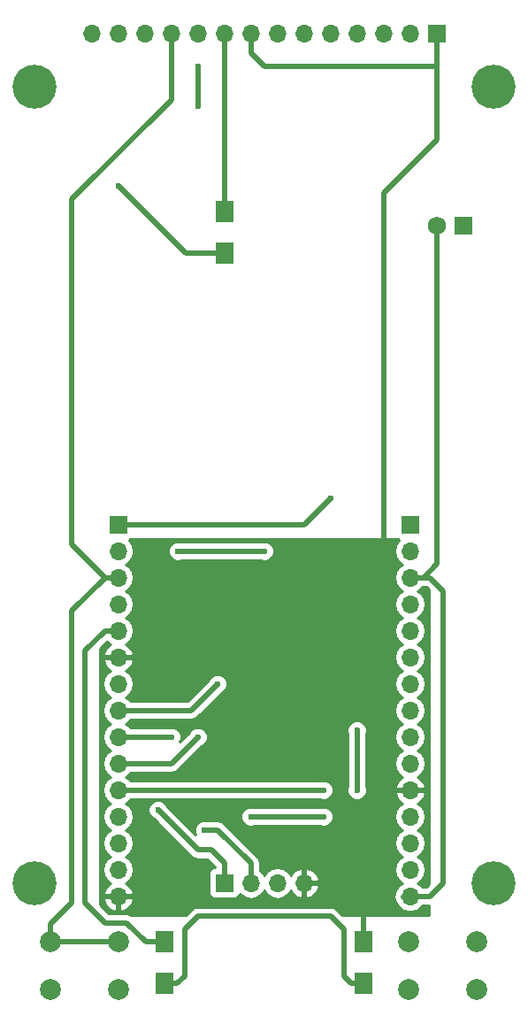
<source format=gbr>
G04 #@! TF.FileFunction,Copper,L1,Top,Signal*
%FSLAX46Y46*%
G04 Gerber Fmt 4.6, Leading zero omitted, Abs format (unit mm)*
G04 Created by KiCad (PCBNEW 4.0.7) date 12/22/18 00:45:09*
%MOMM*%
%LPD*%
G01*
G04 APERTURE LIST*
%ADD10C,0.100000*%
%ADD11C,4.200000*%
%ADD12R,1.700000X1.700000*%
%ADD13O,1.700000X1.700000*%
%ADD14R,1.700000X2.000000*%
%ADD15R,1.750000X1.750000*%
%ADD16C,1.750000*%
%ADD17C,2.000000*%
%ADD18C,0.600000*%
%ADD19C,0.500000*%
%ADD20C,0.450000*%
%ADD21C,0.350000*%
%ADD22C,0.254000*%
G04 APERTURE END LIST*
D10*
D11*
X67564000Y-135255000D03*
X67564000Y-59055000D03*
X111506000Y-59055000D03*
D12*
X85725000Y-135255000D03*
D13*
X88265000Y-135255000D03*
X90805000Y-135255000D03*
X93345000Y-135255000D03*
D14*
X99060000Y-144875000D03*
X99060000Y-140875000D03*
D12*
X103505000Y-100965000D03*
D13*
X103505000Y-103505000D03*
X103505000Y-106045000D03*
X103505000Y-108585000D03*
X103505000Y-111125000D03*
X103505000Y-113665000D03*
X103505000Y-116205000D03*
X103505000Y-118745000D03*
X103505000Y-121285000D03*
X103505000Y-123825000D03*
X103505000Y-126365000D03*
X103505000Y-128905000D03*
X103505000Y-131445000D03*
X103505000Y-133985000D03*
X103505000Y-136525000D03*
D12*
X75565000Y-100965000D03*
D13*
X75565000Y-103505000D03*
X75565000Y-106045000D03*
X75565000Y-108585000D03*
X75565000Y-111125000D03*
X75565000Y-113665000D03*
X75565000Y-116205000D03*
X75565000Y-118745000D03*
X75565000Y-121285000D03*
X75565000Y-123825000D03*
X75565000Y-126365000D03*
X75565000Y-128905000D03*
X75565000Y-131445000D03*
X75565000Y-133985000D03*
X75565000Y-136525000D03*
D14*
X80010000Y-140875000D03*
X80010000Y-144875000D03*
D11*
X111506000Y-135255000D03*
D15*
X108585000Y-72390000D03*
D16*
X106085000Y-72390000D03*
D12*
X106045000Y-53975000D03*
D13*
X103505000Y-53975000D03*
X100965000Y-53975000D03*
X98425000Y-53975000D03*
X95885000Y-53975000D03*
X93345000Y-53975000D03*
X90805000Y-53975000D03*
X88265000Y-53975000D03*
X85725000Y-53975000D03*
X83185000Y-53975000D03*
X80645000Y-53975000D03*
X78105000Y-53975000D03*
X75565000Y-53975000D03*
X73025000Y-53975000D03*
D17*
X109855000Y-140915000D03*
X109855000Y-145415000D03*
X103355000Y-140915000D03*
X103355000Y-145415000D03*
X75565000Y-140915000D03*
X75565000Y-145415000D03*
X69065000Y-140915000D03*
X69065000Y-145415000D03*
D14*
X85725000Y-75025000D03*
X85725000Y-71025000D03*
D18*
X89535000Y-103505000D03*
X81280000Y-103505000D03*
X79375000Y-128270000D03*
X95885000Y-98425000D03*
X83185000Y-57150000D03*
X83185000Y-60960000D03*
X85090000Y-116205000D03*
X98425000Y-126365000D03*
X98425000Y-120650000D03*
X95250000Y-126365000D03*
X85725000Y-75025000D03*
X75565000Y-68580000D03*
X95250000Y-128905000D03*
X88265000Y-128905000D03*
X80645000Y-121285000D03*
X83820000Y-130175000D03*
X83185000Y-121285000D03*
D19*
X89535000Y-103505000D02*
X81280000Y-103505000D01*
X84455000Y-132080000D02*
X83185000Y-132080000D01*
X83185000Y-132080000D02*
X79375000Y-128270000D01*
X85725000Y-135255000D02*
X85725000Y-133350000D01*
X85725000Y-133350000D02*
X84455000Y-132080000D01*
X97155000Y-57150000D02*
X99695000Y-57150000D01*
X106045000Y-57150000D02*
X99695000Y-57150000D01*
X88265000Y-55880000D02*
X88265000Y-53975000D01*
X89535000Y-57150000D02*
X88265000Y-55880000D01*
X97155000Y-57150000D02*
X89535000Y-57150000D01*
X106045000Y-53975000D02*
X106045000Y-57150000D01*
X106045000Y-57150000D02*
X106045000Y-64135000D01*
X100965000Y-69215000D02*
X100965000Y-102870000D01*
X106045000Y-64135000D02*
X100965000Y-69215000D01*
X99060000Y-140875000D02*
X99060000Y-137795000D01*
D20*
X103441500Y-126428500D02*
X103441500Y-126428500D01*
D21*
X103441500Y-134048500D02*
X103441500Y-134429500D01*
D19*
X103505000Y-106045000D02*
X104775000Y-106045000D01*
X106085000Y-104735000D02*
X106085000Y-72390000D01*
X104775000Y-106045000D02*
X106085000Y-104735000D01*
X103505000Y-136525000D02*
X105410000Y-136525000D01*
X106680000Y-107315000D02*
X105410000Y-106045000D01*
X106680000Y-135255000D02*
X106680000Y-107315000D01*
X105410000Y-136525000D02*
X106680000Y-135255000D01*
X105410000Y-106045000D02*
X103505000Y-106045000D01*
D20*
X103505000Y-106045000D02*
X105410000Y-106045000D01*
X102806500Y-136588500D02*
X103441500Y-136588500D01*
D19*
X80010000Y-140875000D02*
X78200000Y-140875000D01*
X74295000Y-111125000D02*
X75565000Y-111125000D01*
X72390000Y-113030000D02*
X74295000Y-111125000D01*
X72390000Y-137160000D02*
X72390000Y-113030000D01*
X74295000Y-139065000D02*
X72390000Y-137160000D01*
X76390000Y-139065000D02*
X74295000Y-139065000D01*
X78200000Y-140875000D02*
X76390000Y-139065000D01*
D21*
X80010000Y-140875000D02*
X79280000Y-140875000D01*
D19*
X75565000Y-100965000D02*
X93345000Y-100965000D01*
X93345000Y-100965000D02*
X95885000Y-98425000D01*
X75565000Y-118745000D02*
X82550000Y-118745000D01*
X83185000Y-60960000D02*
X83185000Y-57150000D01*
X82550000Y-118745000D02*
X85090000Y-116205000D01*
X98425000Y-120650000D02*
X98425000Y-126365000D01*
X75565000Y-126365000D02*
X80645000Y-126365000D01*
X80645000Y-126365000D02*
X95250000Y-126365000D01*
X82010000Y-75025000D02*
X75565000Y-68580000D01*
X85725000Y-75025000D02*
X82010000Y-75025000D01*
X75565000Y-121285000D02*
X80645000Y-121285000D01*
X94615000Y-128905000D02*
X95250000Y-128905000D01*
X88265000Y-128905000D02*
X94615000Y-128905000D01*
X80010000Y-144875000D02*
X81185000Y-144875000D01*
X97885000Y-144875000D02*
X99060000Y-144875000D01*
X97155000Y-144145000D02*
X97885000Y-144875000D01*
X97155000Y-139700000D02*
X97155000Y-144145000D01*
X95885000Y-138430000D02*
X97155000Y-139700000D01*
X83185000Y-138430000D02*
X95885000Y-138430000D01*
X81915000Y-139700000D02*
X83185000Y-138430000D01*
X81915000Y-144145000D02*
X81915000Y-139700000D01*
X81185000Y-144875000D02*
X81915000Y-144145000D01*
X85725000Y-71025000D02*
X85725000Y-53975000D01*
X80645000Y-53975000D02*
X80645000Y-60325000D01*
X71120000Y-102870000D02*
X74295000Y-106045000D01*
X71120000Y-69850000D02*
X71120000Y-102870000D01*
X80645000Y-60325000D02*
X71120000Y-69850000D01*
X74295000Y-106045000D02*
X75565000Y-106045000D01*
X71120000Y-111125000D02*
X71120000Y-109220000D01*
X71120000Y-137160000D02*
X71120000Y-111125000D01*
X69065000Y-139215000D02*
X71120000Y-137160000D01*
X69065000Y-140915000D02*
X69065000Y-139215000D01*
X74295000Y-106045000D02*
X75565000Y-106045000D01*
X71120000Y-109220000D02*
X74295000Y-106045000D01*
X69065000Y-140915000D02*
X75565000Y-140915000D01*
X88265000Y-133350000D02*
X85090000Y-130175000D01*
X85090000Y-130175000D02*
X83820000Y-130175000D01*
X88265000Y-135255000D02*
X88265000Y-133350000D01*
X75565000Y-123825000D02*
X80645000Y-123825000D01*
X80645000Y-123825000D02*
X83185000Y-121285000D01*
D22*
G36*
X102403110Y-102411431D02*
X102470541Y-102425086D01*
X102425853Y-102454946D01*
X102103946Y-102936715D01*
X101990907Y-103505000D01*
X102103946Y-104073285D01*
X102425853Y-104555054D01*
X102755026Y-104775000D01*
X102425853Y-104994946D01*
X102103946Y-105476715D01*
X101990907Y-106045000D01*
X102103946Y-106613285D01*
X102425853Y-107095054D01*
X102755026Y-107315000D01*
X102425853Y-107534946D01*
X102103946Y-108016715D01*
X101990907Y-108585000D01*
X102103946Y-109153285D01*
X102425853Y-109635054D01*
X102755026Y-109855000D01*
X102425853Y-110074946D01*
X102103946Y-110556715D01*
X101990907Y-111125000D01*
X102103946Y-111693285D01*
X102425853Y-112175054D01*
X102755026Y-112395000D01*
X102425853Y-112614946D01*
X102103946Y-113096715D01*
X101990907Y-113665000D01*
X102103946Y-114233285D01*
X102425853Y-114715054D01*
X102755026Y-114935000D01*
X102425853Y-115154946D01*
X102103946Y-115636715D01*
X101990907Y-116205000D01*
X102103946Y-116773285D01*
X102425853Y-117255054D01*
X102755026Y-117475000D01*
X102425853Y-117694946D01*
X102103946Y-118176715D01*
X101990907Y-118745000D01*
X102103946Y-119313285D01*
X102425853Y-119795054D01*
X102755026Y-120015000D01*
X102425853Y-120234946D01*
X102103946Y-120716715D01*
X101990907Y-121285000D01*
X102103946Y-121853285D01*
X102425853Y-122335054D01*
X102755026Y-122555000D01*
X102425853Y-122774946D01*
X102103946Y-123256715D01*
X101990907Y-123825000D01*
X102103946Y-124393285D01*
X102425853Y-124875054D01*
X102766553Y-125102702D01*
X102623642Y-125169817D01*
X102233355Y-125598076D01*
X102063524Y-126008110D01*
X102184845Y-126238000D01*
X103378000Y-126238000D01*
X103378000Y-126218000D01*
X103632000Y-126218000D01*
X103632000Y-126238000D01*
X104825155Y-126238000D01*
X104946476Y-126008110D01*
X104776645Y-125598076D01*
X104386358Y-125169817D01*
X104243447Y-125102702D01*
X104584147Y-124875054D01*
X104906054Y-124393285D01*
X105019093Y-123825000D01*
X104906054Y-123256715D01*
X104584147Y-122774946D01*
X104254974Y-122555000D01*
X104584147Y-122335054D01*
X104906054Y-121853285D01*
X105019093Y-121285000D01*
X104906054Y-120716715D01*
X104584147Y-120234946D01*
X104254974Y-120015000D01*
X104584147Y-119795054D01*
X104906054Y-119313285D01*
X105019093Y-118745000D01*
X104906054Y-118176715D01*
X104584147Y-117694946D01*
X104254974Y-117475000D01*
X104584147Y-117255054D01*
X104906054Y-116773285D01*
X105019093Y-116205000D01*
X104906054Y-115636715D01*
X104584147Y-115154946D01*
X104254974Y-114935000D01*
X104584147Y-114715054D01*
X104906054Y-114233285D01*
X105019093Y-113665000D01*
X104906054Y-113096715D01*
X104584147Y-112614946D01*
X104254974Y-112395000D01*
X104584147Y-112175054D01*
X104906054Y-111693285D01*
X105019093Y-111125000D01*
X104906054Y-110556715D01*
X104584147Y-110074946D01*
X104254974Y-109855000D01*
X104584147Y-109635054D01*
X104906054Y-109153285D01*
X105019093Y-108585000D01*
X104906054Y-108016715D01*
X104584147Y-107534946D01*
X104254974Y-107315000D01*
X104584147Y-107095054D01*
X104694432Y-106930000D01*
X104774995Y-106930000D01*
X104775000Y-106930001D01*
X104775005Y-106930000D01*
X105043420Y-106930000D01*
X105283000Y-107169580D01*
X105283000Y-135400420D01*
X105043420Y-135640000D01*
X104694432Y-135640000D01*
X104584147Y-135474946D01*
X104254974Y-135255000D01*
X104584147Y-135035054D01*
X104906054Y-134553285D01*
X105019093Y-133985000D01*
X104906054Y-133416715D01*
X104584147Y-132934946D01*
X104254974Y-132715000D01*
X104584147Y-132495054D01*
X104906054Y-132013285D01*
X105019093Y-131445000D01*
X104906054Y-130876715D01*
X104584147Y-130394946D01*
X104254974Y-130175000D01*
X104584147Y-129955054D01*
X104906054Y-129473285D01*
X105019093Y-128905000D01*
X104906054Y-128336715D01*
X104584147Y-127854946D01*
X104243447Y-127627298D01*
X104386358Y-127560183D01*
X104776645Y-127131924D01*
X104946476Y-126721890D01*
X104825155Y-126492000D01*
X103632000Y-126492000D01*
X103632000Y-126512000D01*
X103378000Y-126512000D01*
X103378000Y-126492000D01*
X102184845Y-126492000D01*
X102063524Y-126721890D01*
X102233355Y-127131924D01*
X102623642Y-127560183D01*
X102766553Y-127627298D01*
X102425853Y-127854946D01*
X102103946Y-128336715D01*
X101990907Y-128905000D01*
X102103946Y-129473285D01*
X102425853Y-129955054D01*
X102755026Y-130175000D01*
X102425853Y-130394946D01*
X102103946Y-130876715D01*
X101990907Y-131445000D01*
X102103946Y-132013285D01*
X102425853Y-132495054D01*
X102755026Y-132715000D01*
X102425853Y-132934946D01*
X102103946Y-133416715D01*
X101990907Y-133985000D01*
X102103946Y-134553285D01*
X102425853Y-135035054D01*
X102755026Y-135255000D01*
X102425853Y-135474946D01*
X102103946Y-135956715D01*
X102057209Y-136191678D01*
X102011964Y-136259392D01*
X101946500Y-136588500D01*
X102011964Y-136917608D01*
X102093179Y-137039155D01*
X102103946Y-137093285D01*
X102425853Y-137575054D01*
X102907622Y-137896961D01*
X103475907Y-138010000D01*
X103534093Y-138010000D01*
X104102378Y-137896961D01*
X104584147Y-137575054D01*
X104694432Y-137410000D01*
X105283000Y-137410000D01*
X105283000Y-138303000D01*
X97009580Y-138303000D01*
X96510790Y-137804210D01*
X96385034Y-137720183D01*
X96223675Y-137612367D01*
X96167484Y-137601190D01*
X95885000Y-137544999D01*
X95884995Y-137545000D01*
X83185005Y-137545000D01*
X83185000Y-137544999D01*
X82846325Y-137612367D01*
X82559210Y-137804210D01*
X82559208Y-137804213D01*
X82060421Y-138303000D01*
X76811936Y-138303000D01*
X76728675Y-138247367D01*
X76672484Y-138236190D01*
X76390000Y-138179999D01*
X76389995Y-138180000D01*
X74661579Y-138180000D01*
X73787000Y-137305420D01*
X73787000Y-136881890D01*
X74123524Y-136881890D01*
X74293355Y-137291924D01*
X74683642Y-137720183D01*
X75208108Y-137966486D01*
X75438000Y-137845819D01*
X75438000Y-136652000D01*
X75692000Y-136652000D01*
X75692000Y-137845819D01*
X75921892Y-137966486D01*
X76446358Y-137720183D01*
X76836645Y-137291924D01*
X77006476Y-136881890D01*
X76885155Y-136652000D01*
X75692000Y-136652000D01*
X75438000Y-136652000D01*
X74244845Y-136652000D01*
X74123524Y-136881890D01*
X73787000Y-136881890D01*
X73787000Y-116205000D01*
X74050907Y-116205000D01*
X74163946Y-116773285D01*
X74485853Y-117255054D01*
X74815026Y-117475000D01*
X74485853Y-117694946D01*
X74163946Y-118176715D01*
X74050907Y-118745000D01*
X74163946Y-119313285D01*
X74485853Y-119795054D01*
X74815026Y-120015000D01*
X74485853Y-120234946D01*
X74163946Y-120716715D01*
X74050907Y-121285000D01*
X74163946Y-121853285D01*
X74485853Y-122335054D01*
X74815026Y-122555000D01*
X74485853Y-122774946D01*
X74163946Y-123256715D01*
X74050907Y-123825000D01*
X74163946Y-124393285D01*
X74485853Y-124875054D01*
X74815026Y-125095000D01*
X74485853Y-125314946D01*
X74163946Y-125796715D01*
X74050907Y-126365000D01*
X74163946Y-126933285D01*
X74485853Y-127415054D01*
X74815026Y-127635000D01*
X74485853Y-127854946D01*
X74163946Y-128336715D01*
X74050907Y-128905000D01*
X74163946Y-129473285D01*
X74485853Y-129955054D01*
X74815026Y-130175000D01*
X74485853Y-130394946D01*
X74163946Y-130876715D01*
X74050907Y-131445000D01*
X74163946Y-132013285D01*
X74485853Y-132495054D01*
X74815026Y-132715000D01*
X74485853Y-132934946D01*
X74163946Y-133416715D01*
X74050907Y-133985000D01*
X74163946Y-134553285D01*
X74485853Y-135035054D01*
X74826553Y-135262702D01*
X74683642Y-135329817D01*
X74293355Y-135758076D01*
X74123524Y-136168110D01*
X74244845Y-136398000D01*
X75438000Y-136398000D01*
X75438000Y-136378000D01*
X75692000Y-136378000D01*
X75692000Y-136398000D01*
X76885155Y-136398000D01*
X77006476Y-136168110D01*
X76836645Y-135758076D01*
X76446358Y-135329817D01*
X76303447Y-135262702D01*
X76644147Y-135035054D01*
X76966054Y-134553285D01*
X77079093Y-133985000D01*
X76966054Y-133416715D01*
X76644147Y-132934946D01*
X76314974Y-132715000D01*
X76644147Y-132495054D01*
X76966054Y-132013285D01*
X77079093Y-131445000D01*
X76966054Y-130876715D01*
X76644147Y-130394946D01*
X76314974Y-130175000D01*
X76644147Y-129955054D01*
X76966054Y-129473285D01*
X77079093Y-128905000D01*
X76989616Y-128455167D01*
X78439838Y-128455167D01*
X78581883Y-128798943D01*
X78844673Y-129062192D01*
X78965986Y-129112566D01*
X82559208Y-132705787D01*
X82559210Y-132705790D01*
X82846325Y-132897633D01*
X82902516Y-132908810D01*
X83185000Y-132965001D01*
X83185005Y-132965000D01*
X84088420Y-132965000D01*
X84840000Y-133716579D01*
X84840000Y-133764146D01*
X84639683Y-133801838D01*
X84423559Y-133940910D01*
X84278569Y-134153110D01*
X84227560Y-134405000D01*
X84227560Y-136105000D01*
X84271838Y-136340317D01*
X84410910Y-136556441D01*
X84623110Y-136701431D01*
X84875000Y-136752440D01*
X86575000Y-136752440D01*
X86810317Y-136708162D01*
X87026441Y-136569090D01*
X87171431Y-136356890D01*
X87185086Y-136289459D01*
X87214946Y-136334147D01*
X87696715Y-136656054D01*
X88265000Y-136769093D01*
X88833285Y-136656054D01*
X89315054Y-136334147D01*
X89535000Y-136004974D01*
X89754946Y-136334147D01*
X90236715Y-136656054D01*
X90805000Y-136769093D01*
X91373285Y-136656054D01*
X91855054Y-136334147D01*
X92082702Y-135993447D01*
X92149817Y-136136358D01*
X92578076Y-136526645D01*
X92988110Y-136696476D01*
X93218000Y-136575155D01*
X93218000Y-135382000D01*
X93472000Y-135382000D01*
X93472000Y-136575155D01*
X93701890Y-136696476D01*
X94111924Y-136526645D01*
X94540183Y-136136358D01*
X94786486Y-135611892D01*
X94665819Y-135382000D01*
X93472000Y-135382000D01*
X93218000Y-135382000D01*
X93198000Y-135382000D01*
X93198000Y-135128000D01*
X93218000Y-135128000D01*
X93218000Y-133934845D01*
X93472000Y-133934845D01*
X93472000Y-135128000D01*
X94665819Y-135128000D01*
X94786486Y-134898108D01*
X94540183Y-134373642D01*
X94111924Y-133983355D01*
X93701890Y-133813524D01*
X93472000Y-133934845D01*
X93218000Y-133934845D01*
X92988110Y-133813524D01*
X92578076Y-133983355D01*
X92149817Y-134373642D01*
X92082702Y-134516553D01*
X91855054Y-134175853D01*
X91373285Y-133853946D01*
X90805000Y-133740907D01*
X90236715Y-133853946D01*
X89754946Y-134175853D01*
X89535000Y-134505026D01*
X89315054Y-134175853D01*
X89150000Y-134065568D01*
X89150000Y-133350005D01*
X89150001Y-133350000D01*
X89082633Y-133011326D01*
X89082633Y-133011325D01*
X88890790Y-132724210D01*
X88890787Y-132724208D01*
X85715790Y-129549210D01*
X85688222Y-129530790D01*
X85428675Y-129357367D01*
X85372484Y-129346190D01*
X85090000Y-129289999D01*
X85089995Y-129290000D01*
X84126822Y-129290000D01*
X84006799Y-129240162D01*
X83634833Y-129239838D01*
X83291057Y-129381883D01*
X83027808Y-129644673D01*
X82885162Y-129988201D01*
X82884838Y-130360167D01*
X83003197Y-130646617D01*
X81446747Y-129090167D01*
X87329838Y-129090167D01*
X87471883Y-129433943D01*
X87734673Y-129697192D01*
X88078201Y-129839838D01*
X88450167Y-129840162D01*
X88571569Y-129790000D01*
X94943178Y-129790000D01*
X95063201Y-129839838D01*
X95435167Y-129840162D01*
X95778943Y-129698117D01*
X96042192Y-129435327D01*
X96184838Y-129091799D01*
X96185162Y-128719833D01*
X96043117Y-128376057D01*
X95780327Y-128112808D01*
X95436799Y-127970162D01*
X95064833Y-127969838D01*
X94943431Y-128020000D01*
X88571822Y-128020000D01*
X88451799Y-127970162D01*
X88079833Y-127969838D01*
X87736057Y-128111883D01*
X87472808Y-128374673D01*
X87330162Y-128718201D01*
X87329838Y-129090167D01*
X81446747Y-129090167D01*
X80217744Y-127861164D01*
X80168117Y-127741057D01*
X79905327Y-127477808D01*
X79561799Y-127335162D01*
X79189833Y-127334838D01*
X78846057Y-127476883D01*
X78582808Y-127739673D01*
X78440162Y-128083201D01*
X78439838Y-128455167D01*
X76989616Y-128455167D01*
X76966054Y-128336715D01*
X76644147Y-127854946D01*
X76314974Y-127635000D01*
X76644147Y-127415054D01*
X76754432Y-127250000D01*
X94943178Y-127250000D01*
X95063201Y-127299838D01*
X95435167Y-127300162D01*
X95778943Y-127158117D01*
X96042192Y-126895327D01*
X96184838Y-126551799D01*
X96185162Y-126179833D01*
X96043117Y-125836057D01*
X95780327Y-125572808D01*
X95436799Y-125430162D01*
X95064833Y-125429838D01*
X94943431Y-125480000D01*
X76754432Y-125480000D01*
X76644147Y-125314946D01*
X76314974Y-125095000D01*
X76644147Y-124875054D01*
X76754432Y-124710000D01*
X80644995Y-124710000D01*
X80645000Y-124710001D01*
X80927484Y-124653810D01*
X80983675Y-124642633D01*
X81270790Y-124450790D01*
X83593834Y-122127745D01*
X83713943Y-122078117D01*
X83977192Y-121815327D01*
X84119838Y-121471799D01*
X84120162Y-121099833D01*
X84010805Y-120835167D01*
X97489838Y-120835167D01*
X97540000Y-120956569D01*
X97540000Y-126058178D01*
X97490162Y-126178201D01*
X97489838Y-126550167D01*
X97631883Y-126893943D01*
X97894673Y-127157192D01*
X98238201Y-127299838D01*
X98610167Y-127300162D01*
X98953943Y-127158117D01*
X99217192Y-126895327D01*
X99359838Y-126551799D01*
X99360162Y-126179833D01*
X99310000Y-126058431D01*
X99310000Y-120956822D01*
X99359838Y-120836799D01*
X99360162Y-120464833D01*
X99218117Y-120121057D01*
X98955327Y-119857808D01*
X98611799Y-119715162D01*
X98239833Y-119714838D01*
X97896057Y-119856883D01*
X97632808Y-120119673D01*
X97490162Y-120463201D01*
X97489838Y-120835167D01*
X84010805Y-120835167D01*
X83978117Y-120756057D01*
X83715327Y-120492808D01*
X83371799Y-120350162D01*
X82999833Y-120349838D01*
X82656057Y-120491883D01*
X82392808Y-120754673D01*
X82342434Y-120875987D01*
X81461405Y-121757015D01*
X81579838Y-121471799D01*
X81580162Y-121099833D01*
X81438117Y-120756057D01*
X81175327Y-120492808D01*
X80831799Y-120350162D01*
X80459833Y-120349838D01*
X80338431Y-120400000D01*
X76754432Y-120400000D01*
X76644147Y-120234946D01*
X76314974Y-120015000D01*
X76644147Y-119795054D01*
X76754432Y-119630000D01*
X82549995Y-119630000D01*
X82550000Y-119630001D01*
X82832484Y-119573810D01*
X82888675Y-119562633D01*
X83175790Y-119370790D01*
X85498834Y-117047745D01*
X85618943Y-116998117D01*
X85882192Y-116735327D01*
X86024838Y-116391799D01*
X86025162Y-116019833D01*
X85883117Y-115676057D01*
X85620327Y-115412808D01*
X85276799Y-115270162D01*
X84904833Y-115269838D01*
X84561057Y-115411883D01*
X84297808Y-115674673D01*
X84247434Y-115795987D01*
X82183420Y-117860000D01*
X76754432Y-117860000D01*
X76644147Y-117694946D01*
X76314974Y-117475000D01*
X76644147Y-117255054D01*
X76966054Y-116773285D01*
X77079093Y-116205000D01*
X76966054Y-115636715D01*
X76644147Y-115154946D01*
X76303447Y-114927298D01*
X76446358Y-114860183D01*
X76836645Y-114431924D01*
X77006476Y-114021890D01*
X76885155Y-113792000D01*
X75692000Y-113792000D01*
X75692000Y-113812000D01*
X75438000Y-113812000D01*
X75438000Y-113792000D01*
X74244845Y-113792000D01*
X74123524Y-114021890D01*
X74293355Y-114431924D01*
X74683642Y-114860183D01*
X74826553Y-114927298D01*
X74485853Y-115154946D01*
X74163946Y-115636715D01*
X74050907Y-116205000D01*
X73787000Y-116205000D01*
X73787000Y-112884580D01*
X74492251Y-112179329D01*
X74826553Y-112402702D01*
X74683642Y-112469817D01*
X74293355Y-112898076D01*
X74123524Y-113308110D01*
X74244845Y-113538000D01*
X75438000Y-113538000D01*
X75438000Y-113518000D01*
X75692000Y-113518000D01*
X75692000Y-113538000D01*
X76885155Y-113538000D01*
X77006476Y-113308110D01*
X76836645Y-112898076D01*
X76446358Y-112469817D01*
X76303447Y-112402702D01*
X76644147Y-112175054D01*
X76966054Y-111693285D01*
X77079093Y-111125000D01*
X76966054Y-110556715D01*
X76644147Y-110074946D01*
X76314974Y-109855000D01*
X76644147Y-109635054D01*
X76966054Y-109153285D01*
X77079093Y-108585000D01*
X76966054Y-108016715D01*
X76644147Y-107534946D01*
X76314974Y-107315000D01*
X76644147Y-107095054D01*
X76966054Y-106613285D01*
X77079093Y-106045000D01*
X76966054Y-105476715D01*
X76644147Y-104994946D01*
X76314974Y-104775000D01*
X76644147Y-104555054D01*
X76966054Y-104073285D01*
X77042260Y-103690167D01*
X80344838Y-103690167D01*
X80486883Y-104033943D01*
X80749673Y-104297192D01*
X81093201Y-104439838D01*
X81465167Y-104440162D01*
X81586569Y-104390000D01*
X89228178Y-104390000D01*
X89348201Y-104439838D01*
X89720167Y-104440162D01*
X90063943Y-104298117D01*
X90327192Y-104035327D01*
X90469838Y-103691799D01*
X90470162Y-103319833D01*
X90328117Y-102976057D01*
X90065327Y-102712808D01*
X89721799Y-102570162D01*
X89349833Y-102569838D01*
X89228431Y-102620000D01*
X81586822Y-102620000D01*
X81466799Y-102570162D01*
X81094833Y-102569838D01*
X80751057Y-102711883D01*
X80487808Y-102974673D01*
X80345162Y-103318201D01*
X80344838Y-103690167D01*
X77042260Y-103690167D01*
X77079093Y-103505000D01*
X76966054Y-102936715D01*
X76644147Y-102454946D01*
X76602548Y-102427150D01*
X76650317Y-102418162D01*
X76737595Y-102362000D01*
X102330765Y-102362000D01*
X102403110Y-102411431D01*
X102403110Y-102411431D01*
G37*
X102403110Y-102411431D02*
X102470541Y-102425086D01*
X102425853Y-102454946D01*
X102103946Y-102936715D01*
X101990907Y-103505000D01*
X102103946Y-104073285D01*
X102425853Y-104555054D01*
X102755026Y-104775000D01*
X102425853Y-104994946D01*
X102103946Y-105476715D01*
X101990907Y-106045000D01*
X102103946Y-106613285D01*
X102425853Y-107095054D01*
X102755026Y-107315000D01*
X102425853Y-107534946D01*
X102103946Y-108016715D01*
X101990907Y-108585000D01*
X102103946Y-109153285D01*
X102425853Y-109635054D01*
X102755026Y-109855000D01*
X102425853Y-110074946D01*
X102103946Y-110556715D01*
X101990907Y-111125000D01*
X102103946Y-111693285D01*
X102425853Y-112175054D01*
X102755026Y-112395000D01*
X102425853Y-112614946D01*
X102103946Y-113096715D01*
X101990907Y-113665000D01*
X102103946Y-114233285D01*
X102425853Y-114715054D01*
X102755026Y-114935000D01*
X102425853Y-115154946D01*
X102103946Y-115636715D01*
X101990907Y-116205000D01*
X102103946Y-116773285D01*
X102425853Y-117255054D01*
X102755026Y-117475000D01*
X102425853Y-117694946D01*
X102103946Y-118176715D01*
X101990907Y-118745000D01*
X102103946Y-119313285D01*
X102425853Y-119795054D01*
X102755026Y-120015000D01*
X102425853Y-120234946D01*
X102103946Y-120716715D01*
X101990907Y-121285000D01*
X102103946Y-121853285D01*
X102425853Y-122335054D01*
X102755026Y-122555000D01*
X102425853Y-122774946D01*
X102103946Y-123256715D01*
X101990907Y-123825000D01*
X102103946Y-124393285D01*
X102425853Y-124875054D01*
X102766553Y-125102702D01*
X102623642Y-125169817D01*
X102233355Y-125598076D01*
X102063524Y-126008110D01*
X102184845Y-126238000D01*
X103378000Y-126238000D01*
X103378000Y-126218000D01*
X103632000Y-126218000D01*
X103632000Y-126238000D01*
X104825155Y-126238000D01*
X104946476Y-126008110D01*
X104776645Y-125598076D01*
X104386358Y-125169817D01*
X104243447Y-125102702D01*
X104584147Y-124875054D01*
X104906054Y-124393285D01*
X105019093Y-123825000D01*
X104906054Y-123256715D01*
X104584147Y-122774946D01*
X104254974Y-122555000D01*
X104584147Y-122335054D01*
X104906054Y-121853285D01*
X105019093Y-121285000D01*
X104906054Y-120716715D01*
X104584147Y-120234946D01*
X104254974Y-120015000D01*
X104584147Y-119795054D01*
X104906054Y-119313285D01*
X105019093Y-118745000D01*
X104906054Y-118176715D01*
X104584147Y-117694946D01*
X104254974Y-117475000D01*
X104584147Y-117255054D01*
X104906054Y-116773285D01*
X105019093Y-116205000D01*
X104906054Y-115636715D01*
X104584147Y-115154946D01*
X104254974Y-114935000D01*
X104584147Y-114715054D01*
X104906054Y-114233285D01*
X105019093Y-113665000D01*
X104906054Y-113096715D01*
X104584147Y-112614946D01*
X104254974Y-112395000D01*
X104584147Y-112175054D01*
X104906054Y-111693285D01*
X105019093Y-111125000D01*
X104906054Y-110556715D01*
X104584147Y-110074946D01*
X104254974Y-109855000D01*
X104584147Y-109635054D01*
X104906054Y-109153285D01*
X105019093Y-108585000D01*
X104906054Y-108016715D01*
X104584147Y-107534946D01*
X104254974Y-107315000D01*
X104584147Y-107095054D01*
X104694432Y-106930000D01*
X104774995Y-106930000D01*
X104775000Y-106930001D01*
X104775005Y-106930000D01*
X105043420Y-106930000D01*
X105283000Y-107169580D01*
X105283000Y-135400420D01*
X105043420Y-135640000D01*
X104694432Y-135640000D01*
X104584147Y-135474946D01*
X104254974Y-135255000D01*
X104584147Y-135035054D01*
X104906054Y-134553285D01*
X105019093Y-133985000D01*
X104906054Y-133416715D01*
X104584147Y-132934946D01*
X104254974Y-132715000D01*
X104584147Y-132495054D01*
X104906054Y-132013285D01*
X105019093Y-131445000D01*
X104906054Y-130876715D01*
X104584147Y-130394946D01*
X104254974Y-130175000D01*
X104584147Y-129955054D01*
X104906054Y-129473285D01*
X105019093Y-128905000D01*
X104906054Y-128336715D01*
X104584147Y-127854946D01*
X104243447Y-127627298D01*
X104386358Y-127560183D01*
X104776645Y-127131924D01*
X104946476Y-126721890D01*
X104825155Y-126492000D01*
X103632000Y-126492000D01*
X103632000Y-126512000D01*
X103378000Y-126512000D01*
X103378000Y-126492000D01*
X102184845Y-126492000D01*
X102063524Y-126721890D01*
X102233355Y-127131924D01*
X102623642Y-127560183D01*
X102766553Y-127627298D01*
X102425853Y-127854946D01*
X102103946Y-128336715D01*
X101990907Y-128905000D01*
X102103946Y-129473285D01*
X102425853Y-129955054D01*
X102755026Y-130175000D01*
X102425853Y-130394946D01*
X102103946Y-130876715D01*
X101990907Y-131445000D01*
X102103946Y-132013285D01*
X102425853Y-132495054D01*
X102755026Y-132715000D01*
X102425853Y-132934946D01*
X102103946Y-133416715D01*
X101990907Y-133985000D01*
X102103946Y-134553285D01*
X102425853Y-135035054D01*
X102755026Y-135255000D01*
X102425853Y-135474946D01*
X102103946Y-135956715D01*
X102057209Y-136191678D01*
X102011964Y-136259392D01*
X101946500Y-136588500D01*
X102011964Y-136917608D01*
X102093179Y-137039155D01*
X102103946Y-137093285D01*
X102425853Y-137575054D01*
X102907622Y-137896961D01*
X103475907Y-138010000D01*
X103534093Y-138010000D01*
X104102378Y-137896961D01*
X104584147Y-137575054D01*
X104694432Y-137410000D01*
X105283000Y-137410000D01*
X105283000Y-138303000D01*
X97009580Y-138303000D01*
X96510790Y-137804210D01*
X96385034Y-137720183D01*
X96223675Y-137612367D01*
X96167484Y-137601190D01*
X95885000Y-137544999D01*
X95884995Y-137545000D01*
X83185005Y-137545000D01*
X83185000Y-137544999D01*
X82846325Y-137612367D01*
X82559210Y-137804210D01*
X82559208Y-137804213D01*
X82060421Y-138303000D01*
X76811936Y-138303000D01*
X76728675Y-138247367D01*
X76672484Y-138236190D01*
X76390000Y-138179999D01*
X76389995Y-138180000D01*
X74661579Y-138180000D01*
X73787000Y-137305420D01*
X73787000Y-136881890D01*
X74123524Y-136881890D01*
X74293355Y-137291924D01*
X74683642Y-137720183D01*
X75208108Y-137966486D01*
X75438000Y-137845819D01*
X75438000Y-136652000D01*
X75692000Y-136652000D01*
X75692000Y-137845819D01*
X75921892Y-137966486D01*
X76446358Y-137720183D01*
X76836645Y-137291924D01*
X77006476Y-136881890D01*
X76885155Y-136652000D01*
X75692000Y-136652000D01*
X75438000Y-136652000D01*
X74244845Y-136652000D01*
X74123524Y-136881890D01*
X73787000Y-136881890D01*
X73787000Y-116205000D01*
X74050907Y-116205000D01*
X74163946Y-116773285D01*
X74485853Y-117255054D01*
X74815026Y-117475000D01*
X74485853Y-117694946D01*
X74163946Y-118176715D01*
X74050907Y-118745000D01*
X74163946Y-119313285D01*
X74485853Y-119795054D01*
X74815026Y-120015000D01*
X74485853Y-120234946D01*
X74163946Y-120716715D01*
X74050907Y-121285000D01*
X74163946Y-121853285D01*
X74485853Y-122335054D01*
X74815026Y-122555000D01*
X74485853Y-122774946D01*
X74163946Y-123256715D01*
X74050907Y-123825000D01*
X74163946Y-124393285D01*
X74485853Y-124875054D01*
X74815026Y-125095000D01*
X74485853Y-125314946D01*
X74163946Y-125796715D01*
X74050907Y-126365000D01*
X74163946Y-126933285D01*
X74485853Y-127415054D01*
X74815026Y-127635000D01*
X74485853Y-127854946D01*
X74163946Y-128336715D01*
X74050907Y-128905000D01*
X74163946Y-129473285D01*
X74485853Y-129955054D01*
X74815026Y-130175000D01*
X74485853Y-130394946D01*
X74163946Y-130876715D01*
X74050907Y-131445000D01*
X74163946Y-132013285D01*
X74485853Y-132495054D01*
X74815026Y-132715000D01*
X74485853Y-132934946D01*
X74163946Y-133416715D01*
X74050907Y-133985000D01*
X74163946Y-134553285D01*
X74485853Y-135035054D01*
X74826553Y-135262702D01*
X74683642Y-135329817D01*
X74293355Y-135758076D01*
X74123524Y-136168110D01*
X74244845Y-136398000D01*
X75438000Y-136398000D01*
X75438000Y-136378000D01*
X75692000Y-136378000D01*
X75692000Y-136398000D01*
X76885155Y-136398000D01*
X77006476Y-136168110D01*
X76836645Y-135758076D01*
X76446358Y-135329817D01*
X76303447Y-135262702D01*
X76644147Y-135035054D01*
X76966054Y-134553285D01*
X77079093Y-133985000D01*
X76966054Y-133416715D01*
X76644147Y-132934946D01*
X76314974Y-132715000D01*
X76644147Y-132495054D01*
X76966054Y-132013285D01*
X77079093Y-131445000D01*
X76966054Y-130876715D01*
X76644147Y-130394946D01*
X76314974Y-130175000D01*
X76644147Y-129955054D01*
X76966054Y-129473285D01*
X77079093Y-128905000D01*
X76989616Y-128455167D01*
X78439838Y-128455167D01*
X78581883Y-128798943D01*
X78844673Y-129062192D01*
X78965986Y-129112566D01*
X82559208Y-132705787D01*
X82559210Y-132705790D01*
X82846325Y-132897633D01*
X82902516Y-132908810D01*
X83185000Y-132965001D01*
X83185005Y-132965000D01*
X84088420Y-132965000D01*
X84840000Y-133716579D01*
X84840000Y-133764146D01*
X84639683Y-133801838D01*
X84423559Y-133940910D01*
X84278569Y-134153110D01*
X84227560Y-134405000D01*
X84227560Y-136105000D01*
X84271838Y-136340317D01*
X84410910Y-136556441D01*
X84623110Y-136701431D01*
X84875000Y-136752440D01*
X86575000Y-136752440D01*
X86810317Y-136708162D01*
X87026441Y-136569090D01*
X87171431Y-136356890D01*
X87185086Y-136289459D01*
X87214946Y-136334147D01*
X87696715Y-136656054D01*
X88265000Y-136769093D01*
X88833285Y-136656054D01*
X89315054Y-136334147D01*
X89535000Y-136004974D01*
X89754946Y-136334147D01*
X90236715Y-136656054D01*
X90805000Y-136769093D01*
X91373285Y-136656054D01*
X91855054Y-136334147D01*
X92082702Y-135993447D01*
X92149817Y-136136358D01*
X92578076Y-136526645D01*
X92988110Y-136696476D01*
X93218000Y-136575155D01*
X93218000Y-135382000D01*
X93472000Y-135382000D01*
X93472000Y-136575155D01*
X93701890Y-136696476D01*
X94111924Y-136526645D01*
X94540183Y-136136358D01*
X94786486Y-135611892D01*
X94665819Y-135382000D01*
X93472000Y-135382000D01*
X93218000Y-135382000D01*
X93198000Y-135382000D01*
X93198000Y-135128000D01*
X93218000Y-135128000D01*
X93218000Y-133934845D01*
X93472000Y-133934845D01*
X93472000Y-135128000D01*
X94665819Y-135128000D01*
X94786486Y-134898108D01*
X94540183Y-134373642D01*
X94111924Y-133983355D01*
X93701890Y-133813524D01*
X93472000Y-133934845D01*
X93218000Y-133934845D01*
X92988110Y-133813524D01*
X92578076Y-133983355D01*
X92149817Y-134373642D01*
X92082702Y-134516553D01*
X91855054Y-134175853D01*
X91373285Y-133853946D01*
X90805000Y-133740907D01*
X90236715Y-133853946D01*
X89754946Y-134175853D01*
X89535000Y-134505026D01*
X89315054Y-134175853D01*
X89150000Y-134065568D01*
X89150000Y-133350005D01*
X89150001Y-133350000D01*
X89082633Y-133011326D01*
X89082633Y-133011325D01*
X88890790Y-132724210D01*
X88890787Y-132724208D01*
X85715790Y-129549210D01*
X85688222Y-129530790D01*
X85428675Y-129357367D01*
X85372484Y-129346190D01*
X85090000Y-129289999D01*
X85089995Y-129290000D01*
X84126822Y-129290000D01*
X84006799Y-129240162D01*
X83634833Y-129239838D01*
X83291057Y-129381883D01*
X83027808Y-129644673D01*
X82885162Y-129988201D01*
X82884838Y-130360167D01*
X83003197Y-130646617D01*
X81446747Y-129090167D01*
X87329838Y-129090167D01*
X87471883Y-129433943D01*
X87734673Y-129697192D01*
X88078201Y-129839838D01*
X88450167Y-129840162D01*
X88571569Y-129790000D01*
X94943178Y-129790000D01*
X95063201Y-129839838D01*
X95435167Y-129840162D01*
X95778943Y-129698117D01*
X96042192Y-129435327D01*
X96184838Y-129091799D01*
X96185162Y-128719833D01*
X96043117Y-128376057D01*
X95780327Y-128112808D01*
X95436799Y-127970162D01*
X95064833Y-127969838D01*
X94943431Y-128020000D01*
X88571822Y-128020000D01*
X88451799Y-127970162D01*
X88079833Y-127969838D01*
X87736057Y-128111883D01*
X87472808Y-128374673D01*
X87330162Y-128718201D01*
X87329838Y-129090167D01*
X81446747Y-129090167D01*
X80217744Y-127861164D01*
X80168117Y-127741057D01*
X79905327Y-127477808D01*
X79561799Y-127335162D01*
X79189833Y-127334838D01*
X78846057Y-127476883D01*
X78582808Y-127739673D01*
X78440162Y-128083201D01*
X78439838Y-128455167D01*
X76989616Y-128455167D01*
X76966054Y-128336715D01*
X76644147Y-127854946D01*
X76314974Y-127635000D01*
X76644147Y-127415054D01*
X76754432Y-127250000D01*
X94943178Y-127250000D01*
X95063201Y-127299838D01*
X95435167Y-127300162D01*
X95778943Y-127158117D01*
X96042192Y-126895327D01*
X96184838Y-126551799D01*
X96185162Y-126179833D01*
X96043117Y-125836057D01*
X95780327Y-125572808D01*
X95436799Y-125430162D01*
X95064833Y-125429838D01*
X94943431Y-125480000D01*
X76754432Y-125480000D01*
X76644147Y-125314946D01*
X76314974Y-125095000D01*
X76644147Y-124875054D01*
X76754432Y-124710000D01*
X80644995Y-124710000D01*
X80645000Y-124710001D01*
X80927484Y-124653810D01*
X80983675Y-124642633D01*
X81270790Y-124450790D01*
X83593834Y-122127745D01*
X83713943Y-122078117D01*
X83977192Y-121815327D01*
X84119838Y-121471799D01*
X84120162Y-121099833D01*
X84010805Y-120835167D01*
X97489838Y-120835167D01*
X97540000Y-120956569D01*
X97540000Y-126058178D01*
X97490162Y-126178201D01*
X97489838Y-126550167D01*
X97631883Y-126893943D01*
X97894673Y-127157192D01*
X98238201Y-127299838D01*
X98610167Y-127300162D01*
X98953943Y-127158117D01*
X99217192Y-126895327D01*
X99359838Y-126551799D01*
X99360162Y-126179833D01*
X99310000Y-126058431D01*
X99310000Y-120956822D01*
X99359838Y-120836799D01*
X99360162Y-120464833D01*
X99218117Y-120121057D01*
X98955327Y-119857808D01*
X98611799Y-119715162D01*
X98239833Y-119714838D01*
X97896057Y-119856883D01*
X97632808Y-120119673D01*
X97490162Y-120463201D01*
X97489838Y-120835167D01*
X84010805Y-120835167D01*
X83978117Y-120756057D01*
X83715327Y-120492808D01*
X83371799Y-120350162D01*
X82999833Y-120349838D01*
X82656057Y-120491883D01*
X82392808Y-120754673D01*
X82342434Y-120875987D01*
X81461405Y-121757015D01*
X81579838Y-121471799D01*
X81580162Y-121099833D01*
X81438117Y-120756057D01*
X81175327Y-120492808D01*
X80831799Y-120350162D01*
X80459833Y-120349838D01*
X80338431Y-120400000D01*
X76754432Y-120400000D01*
X76644147Y-120234946D01*
X76314974Y-120015000D01*
X76644147Y-119795054D01*
X76754432Y-119630000D01*
X82549995Y-119630000D01*
X82550000Y-119630001D01*
X82832484Y-119573810D01*
X82888675Y-119562633D01*
X83175790Y-119370790D01*
X85498834Y-117047745D01*
X85618943Y-116998117D01*
X85882192Y-116735327D01*
X86024838Y-116391799D01*
X86025162Y-116019833D01*
X85883117Y-115676057D01*
X85620327Y-115412808D01*
X85276799Y-115270162D01*
X84904833Y-115269838D01*
X84561057Y-115411883D01*
X84297808Y-115674673D01*
X84247434Y-115795987D01*
X82183420Y-117860000D01*
X76754432Y-117860000D01*
X76644147Y-117694946D01*
X76314974Y-117475000D01*
X76644147Y-117255054D01*
X76966054Y-116773285D01*
X77079093Y-116205000D01*
X76966054Y-115636715D01*
X76644147Y-115154946D01*
X76303447Y-114927298D01*
X76446358Y-114860183D01*
X76836645Y-114431924D01*
X77006476Y-114021890D01*
X76885155Y-113792000D01*
X75692000Y-113792000D01*
X75692000Y-113812000D01*
X75438000Y-113812000D01*
X75438000Y-113792000D01*
X74244845Y-113792000D01*
X74123524Y-114021890D01*
X74293355Y-114431924D01*
X74683642Y-114860183D01*
X74826553Y-114927298D01*
X74485853Y-115154946D01*
X74163946Y-115636715D01*
X74050907Y-116205000D01*
X73787000Y-116205000D01*
X73787000Y-112884580D01*
X74492251Y-112179329D01*
X74826553Y-112402702D01*
X74683642Y-112469817D01*
X74293355Y-112898076D01*
X74123524Y-113308110D01*
X74244845Y-113538000D01*
X75438000Y-113538000D01*
X75438000Y-113518000D01*
X75692000Y-113518000D01*
X75692000Y-113538000D01*
X76885155Y-113538000D01*
X77006476Y-113308110D01*
X76836645Y-112898076D01*
X76446358Y-112469817D01*
X76303447Y-112402702D01*
X76644147Y-112175054D01*
X76966054Y-111693285D01*
X77079093Y-111125000D01*
X76966054Y-110556715D01*
X76644147Y-110074946D01*
X76314974Y-109855000D01*
X76644147Y-109635054D01*
X76966054Y-109153285D01*
X77079093Y-108585000D01*
X76966054Y-108016715D01*
X76644147Y-107534946D01*
X76314974Y-107315000D01*
X76644147Y-107095054D01*
X76966054Y-106613285D01*
X77079093Y-106045000D01*
X76966054Y-105476715D01*
X76644147Y-104994946D01*
X76314974Y-104775000D01*
X76644147Y-104555054D01*
X76966054Y-104073285D01*
X77042260Y-103690167D01*
X80344838Y-103690167D01*
X80486883Y-104033943D01*
X80749673Y-104297192D01*
X81093201Y-104439838D01*
X81465167Y-104440162D01*
X81586569Y-104390000D01*
X89228178Y-104390000D01*
X89348201Y-104439838D01*
X89720167Y-104440162D01*
X90063943Y-104298117D01*
X90327192Y-104035327D01*
X90469838Y-103691799D01*
X90470162Y-103319833D01*
X90328117Y-102976057D01*
X90065327Y-102712808D01*
X89721799Y-102570162D01*
X89349833Y-102569838D01*
X89228431Y-102620000D01*
X81586822Y-102620000D01*
X81466799Y-102570162D01*
X81094833Y-102569838D01*
X80751057Y-102711883D01*
X80487808Y-102974673D01*
X80345162Y-103318201D01*
X80344838Y-103690167D01*
X77042260Y-103690167D01*
X77079093Y-103505000D01*
X76966054Y-102936715D01*
X76644147Y-102454946D01*
X76602548Y-102427150D01*
X76650317Y-102418162D01*
X76737595Y-102362000D01*
X102330765Y-102362000D01*
X102403110Y-102411431D01*
M02*

</source>
